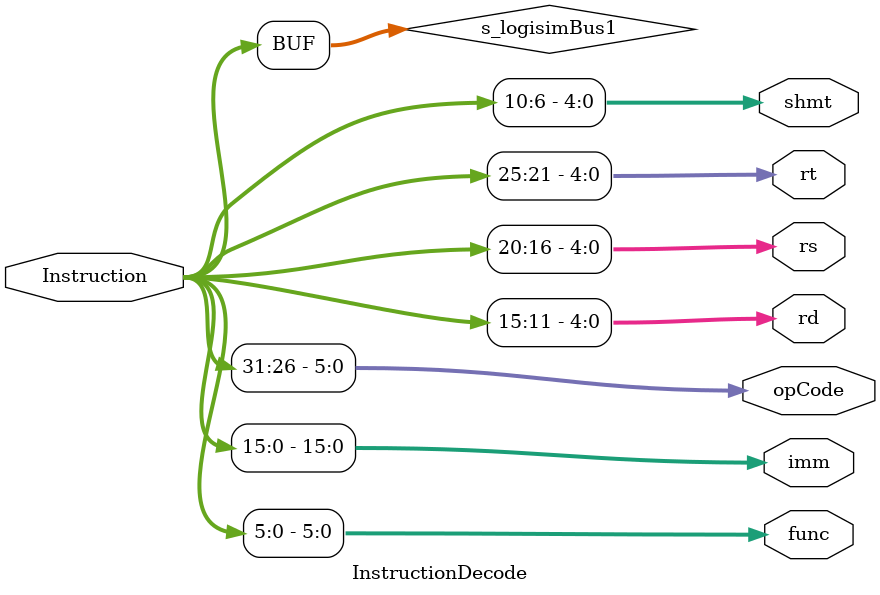
<source format=v>
/******************************************************************************
**
Logisim-evolution
goes
FPGA
automatic
generated
Verilog
code
**
**
https://github.com/logisim-evolution/
**
**
**
**
Component
:
InstructionDecode
**
**
**
*****************************************************************************/
module
InstructionDecode(
Instruction,
func,
imm,
opCode,
rd,
rs,
rt,
shmt
);
/*******************************************************************************
**
The
inputs
are
defined
here
**
*******************************************************************************/
input
[31:0]
Instruction;
/*******************************************************************************
**
The
outputs
are
defined
here
**
*******************************************************************************/
output
[5:0]
func;
output
[15:0]
imm;
output
[5:0]
opCode;
output
[4:0]
rd;
output
[4:0]
rs;
output
[4:0]
rt;
output
[4:0]
shmt;
/*******************************************************************************
**
The
wires
are
defined
here
**
*******************************************************************************/
wire
[31:0]
s_logisimBus1;
/*******************************************************************************
**
The
module
functionality
is
described
here
**
*******************************************************************************/
/*******************************************************************************
**
Here
all
input
connections
are
defined
**
*******************************************************************************/
assign
s_logisimBus1[31:0]
=
Instruction;
/*******************************************************************************
**
Here
all
output
connections
are
defined
**
*******************************************************************************/
assign
func
=
s_logisimBus1[5:0];
assign
imm
=
s_logisimBus1[15:0];
assign
opCode
=
s_logisimBus1[31:26];
assign
rd
=
s_logisimBus1[15:11];
assign
rs
=
s_logisimBus1[20:16];
assign
rt
=
s_logisimBus1[25:21];
assign
shmt
=
s_logisimBus1[10:6];
endmodule
</source>
